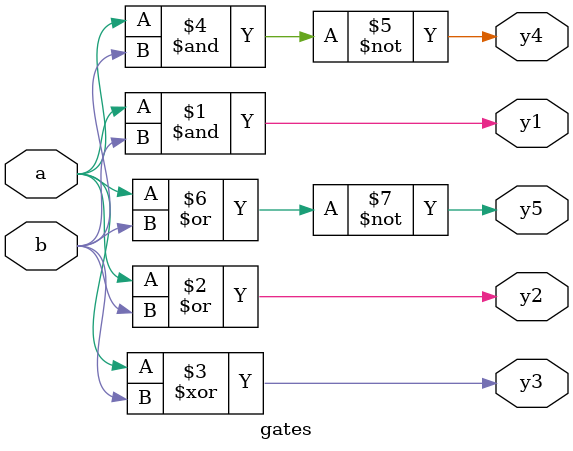
<source format=v>
module gates(
    input wire a, b,
    output wire y1, y2, y3, y4, y5
    );

    
    assign y1 = a & b;
  
    assign y2 = a | b;
    assign y3 = a ^ b;
    assign y4 = ~(a & b);
    assign y5 = ~(a | b);
endmodule
</source>
